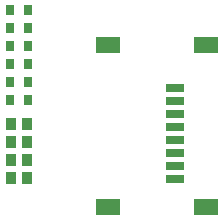
<source format=gtp>
G04 Layer_Color=7318015*
%FSLAX25Y25*%
%MOIN*%
G70*
G01*
G75*
%ADD11R,0.03543X0.04134*%
%ADD12R,0.03150X0.03543*%
%ADD13R,0.05906X0.03150*%
%ADD14R,0.07874X0.05709*%
D11*
X134843Y402500D02*
D03*
X140157D02*
D03*
X134843Y408500D02*
D03*
X140157D02*
D03*
X134843Y414500D02*
D03*
X140157D02*
D03*
X134843Y420500D02*
D03*
X140157D02*
D03*
D12*
X140453Y440500D02*
D03*
X134547D02*
D03*
X140453Y446500D02*
D03*
X134547D02*
D03*
X140453Y452500D02*
D03*
X134547D02*
D03*
X140453Y458500D02*
D03*
X134547D02*
D03*
X140453Y428500D02*
D03*
X134547D02*
D03*
X140453Y434500D02*
D03*
X134547D02*
D03*
D13*
X189602Y432618D02*
D03*
Y428287D02*
D03*
Y423957D02*
D03*
Y419626D02*
D03*
Y415295D02*
D03*
Y410964D02*
D03*
Y406634D02*
D03*
Y402303D02*
D03*
D14*
X167161Y447067D02*
D03*
X199839D02*
D03*
Y392933D02*
D03*
X167161D02*
D03*
M02*

</source>
